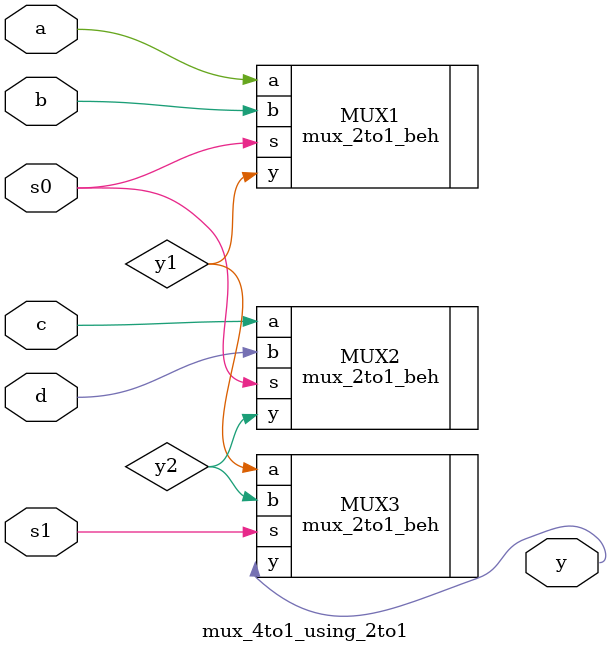
<source format=v>
module mux_4to1_using_2to1 (
    input a,
    input b,
    input c,
    input d,
    input s1,
    input s0,
    output y
);

wire y1, y2;

// First stage
mux_2to1_beh MUX1 (
    .a(a),
    .b(b),
    .s(s0),
    .y(y1)
);

mux_2to1_beh MUX2 (
    .a(c),
    .b(d),
    .s(s0),
    .y(y2)
);

// Second stage
mux_2to1_beh MUX3 (
    .a(y1),
    .b(y2),
    .s(s1),
    .y(y)
);

endmodule

</source>
